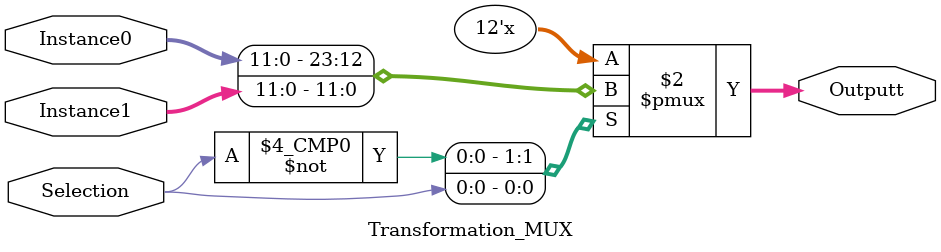
<source format=sv>
module Transformation_MUX
  #(parameter ADDRESS = 12)(
    input logic Selection,
    input logic [ADDRESS-1:0] Instance0,
    input logic [ADDRESS-1:0] Instance1,

    output logic [ADDRESS-1:0] Outputt
);
  always_comb begin
    case (Selection)
      0 : Outputt = Instance0;
      1 : Outputt = Instance1;
    endcase
  end

endmodule
</source>
